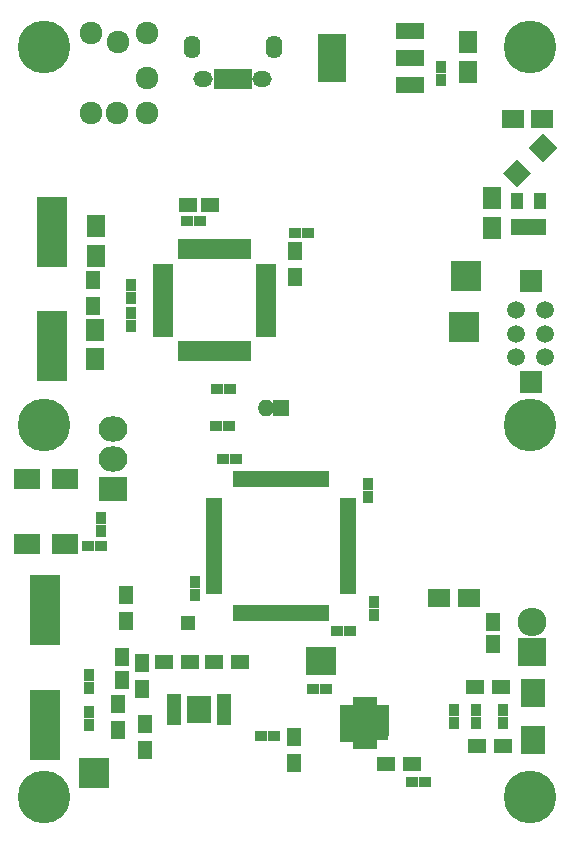
<source format=gts>
G04 #@! TF.FileFunction,Soldermask,Top*
%FSLAX46Y46*%
G04 Gerber Fmt 4.6, Leading zero omitted, Abs format (unit mm)*
G04 Created by KiCad (PCBNEW 4.0.2-stable) date 09/05/2016 17:30:52*
%MOMM*%
G01*
G04 APERTURE LIST*
%ADD10C,0.200000*%
%ADD11C,1.924000*%
%ADD12R,1.400000X2.400000*%
%ADD13R,1.400000X1.400000*%
%ADD14O,1.400000X1.400000*%
%ADD15R,0.900000X1.000000*%
%ADD16R,0.650000X1.400000*%
%ADD17R,1.400000X0.650000*%
%ADD18C,4.464000*%
%ADD19R,1.000000X0.900000*%
%ADD20R,1.650000X1.900000*%
%ADD21R,1.600000X1.150000*%
%ADD22R,1.900000X1.650000*%
%ADD23R,1.150000X1.600000*%
%ADD24R,0.800000X1.750000*%
%ADD25O,1.650000X1.350000*%
%ADD26O,1.400000X1.950000*%
%ADD27R,1.200000X1.200000*%
%ADD28R,2.432000X2.432000*%
%ADD29O,2.432000X2.432000*%
%ADD30R,1.300000X1.600000*%
%ADD31R,1.600000X1.300000*%
%ADD32R,1.700000X0.650000*%
%ADD33R,0.650000X1.700000*%
%ADD34R,1.050000X1.460000*%
%ADD35R,1.290000X0.705000*%
%ADD36R,1.240000X1.340000*%
%ADD37R,2.432000X4.057600*%
%ADD38R,2.432000X1.416000*%
%ADD39R,2.500580X6.000700*%
%ADD40R,2.300000X1.700000*%
%ADD41R,1.250000X0.680000*%
%ADD42R,0.990000X0.420000*%
%ADD43R,2.100000X4.400000*%
%ADD44R,2.100000X2.400000*%
%ADD45C,1.500000*%
%ADD46R,1.900000X1.900000*%
%ADD47R,2.432000X2.127200*%
%ADD48O,2.432000X2.127200*%
%ADD49R,2.635200X2.635200*%
G04 APERTURE END LIST*
D10*
D11*
X153085000Y-92044000D03*
X155585000Y-91344000D03*
X155585000Y-95094000D03*
X150785000Y-98094000D03*
X155535000Y-98044000D03*
X150785000Y-91344000D03*
X153035000Y-98044000D03*
D12*
X170907000Y-144462500D03*
X169707000Y-144462500D03*
D13*
X166878000Y-123063000D03*
D14*
X165638000Y-123063000D03*
D15*
X150622000Y-146727000D03*
X150622000Y-145627000D03*
D16*
X163128000Y-140447000D03*
X163628000Y-140447000D03*
X164128000Y-140447000D03*
X164628000Y-140447000D03*
X165128000Y-140447000D03*
X165628000Y-140447000D03*
X166128000Y-140447000D03*
X166628000Y-140447000D03*
X167128000Y-140447000D03*
X167628000Y-140447000D03*
X168128000Y-140447000D03*
X168628000Y-140447000D03*
X169128000Y-140447000D03*
X169628000Y-140447000D03*
X170128000Y-140447000D03*
X170628000Y-140447000D03*
D17*
X172578000Y-138497000D03*
X172578000Y-137997000D03*
X172578000Y-137497000D03*
X172578000Y-136997000D03*
X172578000Y-136497000D03*
X172578000Y-135997000D03*
X172578000Y-135497000D03*
X172578000Y-134997000D03*
X172578000Y-134497000D03*
X172578000Y-133997000D03*
X172578000Y-133497000D03*
X172578000Y-132997000D03*
X172578000Y-132497000D03*
X172578000Y-131997000D03*
X172578000Y-131497000D03*
X172578000Y-130997000D03*
D16*
X170628000Y-129047000D03*
X170128000Y-129047000D03*
X169628000Y-129047000D03*
X169128000Y-129047000D03*
X168628000Y-129047000D03*
X168128000Y-129047000D03*
X167628000Y-129047000D03*
X167128000Y-129047000D03*
X166628000Y-129047000D03*
X166128000Y-129047000D03*
X165628000Y-129047000D03*
X165128000Y-129047000D03*
X164628000Y-129047000D03*
X164128000Y-129047000D03*
X163628000Y-129047000D03*
X163128000Y-129047000D03*
D17*
X161178000Y-130997000D03*
X161178000Y-131497000D03*
X161178000Y-131997000D03*
X161178000Y-132497000D03*
X161178000Y-132997000D03*
X161178000Y-133497000D03*
X161178000Y-133997000D03*
X161178000Y-134497000D03*
X161178000Y-134997000D03*
X161178000Y-135497000D03*
X161178000Y-135997000D03*
X161178000Y-136497000D03*
X161178000Y-136997000D03*
X161178000Y-137497000D03*
X161178000Y-137997000D03*
X161178000Y-138497000D03*
D18*
X187960000Y-124460000D03*
X187960000Y-92456000D03*
X187960000Y-155956000D03*
X146812000Y-155956000D03*
X146812000Y-124460000D03*
D15*
X174752000Y-139505600D03*
X174752000Y-140605600D03*
X150622000Y-149902000D03*
X150622000Y-148802000D03*
X151663400Y-132383440D03*
X151663400Y-133483440D03*
D19*
X151644440Y-134777480D03*
X150544440Y-134777480D03*
X169630000Y-146812000D03*
X170730000Y-146812000D03*
D20*
X151193500Y-110152500D03*
X151193500Y-107652500D03*
X151130000Y-118915500D03*
X151130000Y-116415500D03*
D21*
X160906500Y-105854500D03*
X159006500Y-105854500D03*
D20*
X184721500Y-107803000D03*
X184721500Y-105303000D03*
D22*
X189019500Y-98552000D03*
X186519500Y-98552000D03*
D23*
X153416000Y-146047500D03*
X153416000Y-144147500D03*
D22*
X182796500Y-139128500D03*
X180296500Y-139128500D03*
D19*
X177948500Y-154686000D03*
X179048500Y-154686000D03*
D15*
X181559200Y-149698800D03*
X181559200Y-148598800D03*
D23*
X184810400Y-141137600D03*
X184810400Y-143037600D03*
D15*
X183438800Y-149698800D03*
X183438800Y-148598800D03*
X185674000Y-149698800D03*
X185674000Y-148598800D03*
D19*
X166285000Y-150812500D03*
X165185000Y-150812500D03*
D20*
X182689500Y-92095000D03*
X182689500Y-94595000D03*
D19*
X169142500Y-108204000D03*
X168042500Y-108204000D03*
X161400400Y-124561600D03*
X162500400Y-124561600D03*
X161438500Y-121412000D03*
X162538500Y-121412000D03*
D15*
X159639000Y-138853000D03*
X159639000Y-137753000D03*
X154178000Y-113707000D03*
X154178000Y-112607000D03*
D19*
X172698500Y-141922500D03*
X171598500Y-141922500D03*
X160062000Y-107251500D03*
X158962000Y-107251500D03*
D15*
X174244000Y-130598000D03*
X174244000Y-129498000D03*
D19*
X163110000Y-127381000D03*
X162010000Y-127381000D03*
D15*
X180467000Y-94192000D03*
X180467000Y-95292000D03*
X154178000Y-115020000D03*
X154178000Y-116120000D03*
D24*
X164114900Y-95161540D03*
X163464900Y-95161540D03*
X162814900Y-95161540D03*
X162164900Y-95161540D03*
X161514900Y-95161540D03*
D25*
X165314900Y-95161540D03*
X160314900Y-95161540D03*
D26*
X166314900Y-92461540D03*
X159314900Y-92461540D03*
D27*
X159004000Y-141287500D03*
D28*
X188163200Y-143713200D03*
D29*
X188163200Y-141173200D03*
D30*
X153797000Y-141117500D03*
X153797000Y-138917500D03*
X151003000Y-114384000D03*
X151003000Y-112184000D03*
X168084500Y-111971000D03*
X168084500Y-109771000D03*
X153098500Y-148125000D03*
X153098500Y-150325000D03*
X155384500Y-149776000D03*
X155384500Y-151976000D03*
D31*
X175747500Y-153162000D03*
X177947500Y-153162000D03*
D30*
X167957500Y-150919000D03*
X167957500Y-153119000D03*
D31*
X163456800Y-144526000D03*
X161256800Y-144526000D03*
D30*
X155130500Y-146832500D03*
X155130500Y-144632500D03*
D31*
X157015000Y-144526000D03*
X159215000Y-144526000D03*
X185656400Y-151638000D03*
X183456400Y-151638000D03*
X185504000Y-146659600D03*
X183304000Y-146659600D03*
D32*
X156940000Y-111169000D03*
X156940000Y-111669000D03*
X156940000Y-112169000D03*
X156940000Y-112669000D03*
X156940000Y-113169000D03*
X156940000Y-113669000D03*
X156940000Y-114169000D03*
X156940000Y-114669000D03*
X156940000Y-115169000D03*
X156940000Y-115669000D03*
X156940000Y-116169000D03*
X156940000Y-116669000D03*
D33*
X158540000Y-118269000D03*
X159040000Y-118269000D03*
X159540000Y-118269000D03*
X160040000Y-118269000D03*
X160540000Y-118269000D03*
X161040000Y-118269000D03*
X161540000Y-118269000D03*
X162040000Y-118269000D03*
X162540000Y-118269000D03*
X163040000Y-118269000D03*
X163540000Y-118269000D03*
X164040000Y-118269000D03*
D32*
X165640000Y-116669000D03*
X165640000Y-116169000D03*
X165640000Y-115669000D03*
X165640000Y-115169000D03*
X165640000Y-114669000D03*
X165640000Y-114169000D03*
X165640000Y-113669000D03*
X165640000Y-113169000D03*
X165640000Y-112669000D03*
X165640000Y-112169000D03*
X165640000Y-111669000D03*
X165640000Y-111169000D03*
D33*
X164040000Y-109569000D03*
X163540000Y-109569000D03*
X163040000Y-109569000D03*
X162540000Y-109569000D03*
X162040000Y-109569000D03*
X161540000Y-109569000D03*
X161040000Y-109569000D03*
X160540000Y-109569000D03*
X160040000Y-109569000D03*
X159540000Y-109569000D03*
X159040000Y-109569000D03*
X158540000Y-109569000D03*
D34*
X186883000Y-107716500D03*
X187833000Y-107716500D03*
X188783000Y-107716500D03*
X188783000Y-105516500D03*
X186883000Y-105516500D03*
D35*
X157851500Y-147590000D03*
X157851500Y-148090000D03*
X157851500Y-148590000D03*
X157851500Y-149090000D03*
X157851500Y-149590000D03*
X162061500Y-149590000D03*
X162061500Y-149090000D03*
X162061500Y-148590000D03*
X162061500Y-148090000D03*
X162061500Y-147590000D03*
D36*
X160376500Y-149060000D03*
X160376500Y-148120000D03*
X159536500Y-149060000D03*
X159536500Y-148120000D03*
D37*
X171196000Y-93408500D03*
D38*
X177800000Y-93408500D03*
X177800000Y-91122500D03*
X177800000Y-95694500D03*
D39*
X147510500Y-108117640D03*
X147510500Y-117815360D03*
X146875500Y-149882860D03*
X146875500Y-140185140D03*
D40*
X148602500Y-134562500D03*
X145402500Y-134562500D03*
X145402500Y-129062500D03*
X148602500Y-129062500D03*
D41*
X172515000Y-148514000D03*
X175465000Y-148514000D03*
D42*
X175465000Y-151014000D03*
D41*
X175465000Y-150514000D03*
X175465000Y-150014000D03*
X175465000Y-149514000D03*
X175465000Y-149014000D03*
X172515000Y-149514000D03*
X172515000Y-149014000D03*
X172515000Y-150014000D03*
X172515000Y-150514000D03*
X172515000Y-151014000D03*
D43*
X173990000Y-149764000D03*
D18*
X146812000Y-92456000D03*
D10*
G36*
X190262082Y-101008000D02*
X189060000Y-102210082D01*
X187857918Y-101008000D01*
X189060000Y-99805918D01*
X190262082Y-101008000D01*
X190262082Y-101008000D01*
G37*
G36*
X188062082Y-103158000D02*
X186860000Y-104360082D01*
X185657918Y-103158000D01*
X186860000Y-101955918D01*
X188062082Y-103158000D01*
X188062082Y-103158000D01*
G37*
D44*
X188264800Y-151148800D03*
X188264800Y-147148800D03*
D45*
X189223500Y-118768000D03*
X186773500Y-118768000D03*
X189273500Y-114768000D03*
X186773500Y-114768000D03*
X189273500Y-116768000D03*
D46*
X188023500Y-120868000D03*
X188023500Y-112268000D03*
D45*
X186773500Y-116768000D03*
D47*
X152654000Y-129921000D03*
D48*
X152654000Y-127381000D03*
X152654000Y-124841000D03*
D49*
X182562500Y-111887000D03*
X151028400Y-153924000D03*
X182372000Y-116230400D03*
M02*

</source>
